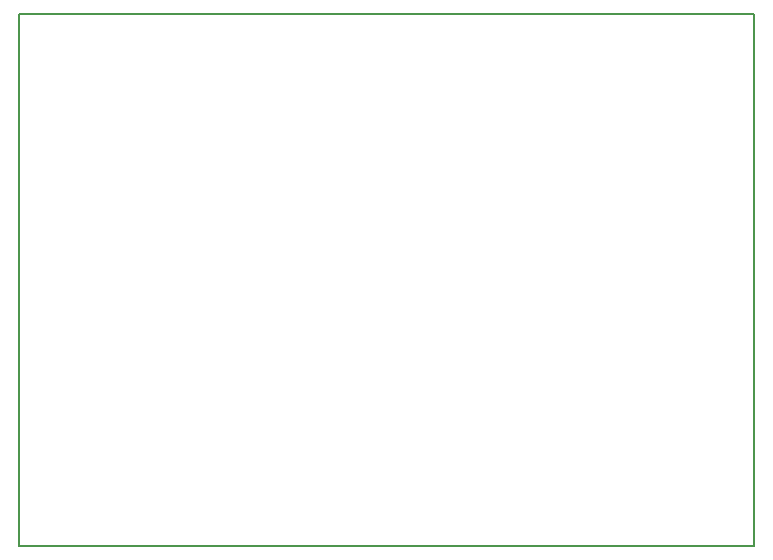
<source format=gbr>
%TF.GenerationSoftware,KiCad,Pcbnew,(2017-09-01 revision 8d1475135)-makepkg*%
%TF.CreationDate,2017-12-27T16:35:41-08:00*%
%TF.ProjectId,workshop_drum1,776F726B73686F705F6472756D312E6B,rev?*%
%TF.SameCoordinates,Original*%
%TF.FileFunction,Profile,NP*%
%FSLAX46Y46*%
G04 Gerber Fmt 4.6, Leading zero omitted, Abs format (unit mm)*
G04 Created by KiCad (PCBNEW (2017-09-01 revision 8d1475135)-makepkg) date 12/27/17 16:35:41*
%MOMM*%
%LPD*%
G01*
G04 APERTURE LIST*
%ADD10C,0.150000*%
G04 APERTURE END LIST*
D10*
X0Y0D02*
X62230000Y0D01*
X62230000Y45000000D02*
X62230000Y0D01*
X0Y45000000D02*
X62230000Y45000000D01*
X0Y0D02*
X0Y45000000D01*
M02*

</source>
